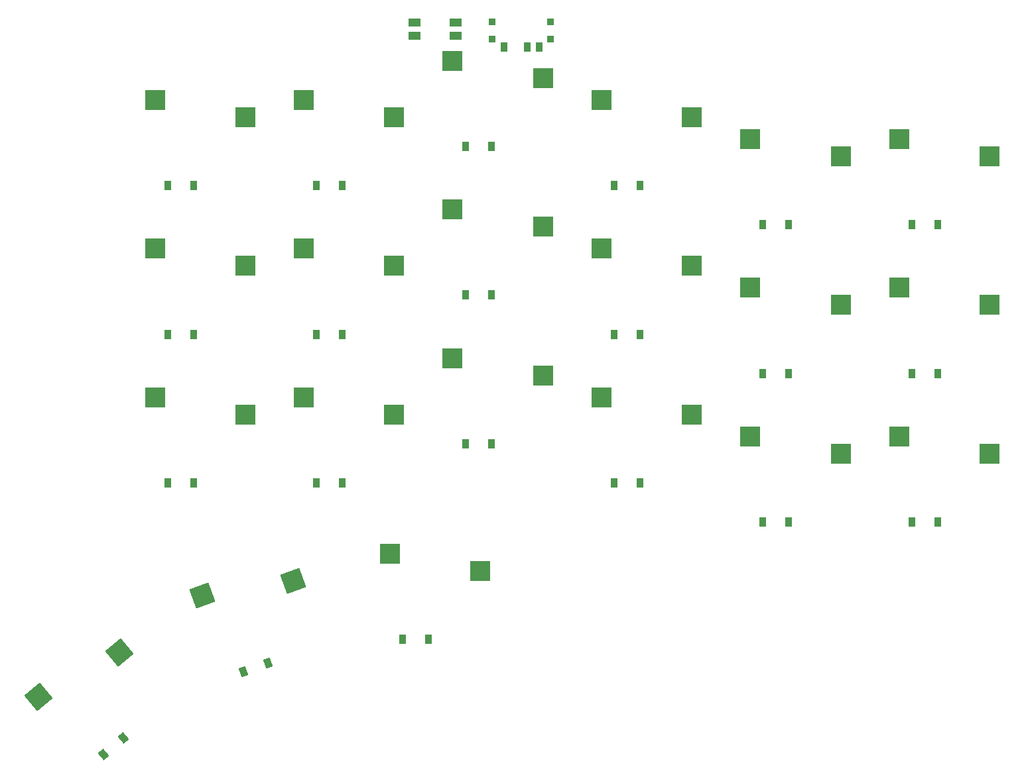
<source format=gbr>
%TF.GenerationSoftware,KiCad,Pcbnew,9.0.3*%
%TF.CreationDate,2025-09-27T17:44:53-06:00*%
%TF.ProjectId,right_connected,72696768-745f-4636-9f6e-6e6563746564,v1.0.0*%
%TF.SameCoordinates,Original*%
%TF.FileFunction,Paste,Bot*%
%TF.FilePolarity,Positive*%
%FSLAX46Y46*%
G04 Gerber Fmt 4.6, Leading zero omitted, Abs format (unit mm)*
G04 Created by KiCad (PCBNEW 9.0.3) date 2025-09-27 17:44:53*
%MOMM*%
%LPD*%
G01*
G04 APERTURE LIST*
G04 Aperture macros list*
%AMRotRect*
0 Rectangle, with rotation*
0 The origin of the aperture is its center*
0 $1 length*
0 $2 width*
0 $3 Rotation angle, in degrees counterclockwise*
0 Add horizontal line*
21,1,$1,$2,0,0,$3*%
G04 Aperture macros list end*
%ADD10R,0.900000X0.900000*%
%ADD11R,0.900000X1.250000*%
%ADD12R,2.600000X2.600000*%
%ADD13R,0.900000X1.200000*%
%ADD14RotRect,2.600000X2.600000X20.000000*%
%ADD15R,1.550000X1.000000*%
%ADD16RotRect,0.900000X1.200000X20.000000*%
%ADD17RotRect,0.900000X1.200000X40.000000*%
%ADD18RotRect,2.600000X2.600000X40.000000*%
G04 APERTURE END LIST*
D10*
%TO.C,T1*%
X314800000Y-41100000D03*
X314800000Y-43300000D03*
X322200000Y-41100000D03*
X322200000Y-43300000D03*
D11*
X316250000Y-44275000D03*
X319250000Y-44275000D03*
X320750000Y-44275000D03*
%TD*%
D12*
%TO.C,S19*%
X301725000Y-109050000D03*
X313275000Y-111250000D03*
%TD*%
%TO.C,S18*%
X271725000Y-51050000D03*
X283275000Y-53250000D03*
%TD*%
D13*
%TO.C,D14*%
X292350000Y-81000000D03*
X295650000Y-81000000D03*
%TD*%
D12*
%TO.C,S5*%
X347725000Y-75050000D03*
X359275000Y-77250000D03*
%TD*%
%TO.C,S4*%
X347725000Y-94050000D03*
X359275000Y-96250000D03*
%TD*%
%TO.C,S15*%
X290725000Y-51050000D03*
X302275000Y-53250000D03*
%TD*%
D13*
%TO.C,D1*%
X368350000Y-105000000D03*
X371650000Y-105000000D03*
%TD*%
%TO.C,D9*%
X330350000Y-62000000D03*
X333650000Y-62000000D03*
%TD*%
D14*
%TO.C,S20*%
X277754400Y-114431606D03*
X289360294Y-112548597D03*
%TD*%
D13*
%TO.C,D3*%
X368350000Y-67000000D03*
X371650000Y-67000000D03*
%TD*%
%TO.C,D15*%
X292350000Y-62000000D03*
X295650000Y-62000000D03*
%TD*%
%TO.C,D6*%
X349350000Y-67000000D03*
X352650000Y-67000000D03*
%TD*%
D12*
%TO.C,S13*%
X290725000Y-89050000D03*
X302275000Y-91250000D03*
%TD*%
D13*
%TO.C,D7*%
X330350000Y-100000000D03*
X333650000Y-100000000D03*
%TD*%
%TO.C,D17*%
X273350000Y-81000000D03*
X276650000Y-81000000D03*
%TD*%
D12*
%TO.C,S10*%
X309725000Y-84050000D03*
X321275000Y-86250000D03*
%TD*%
D15*
%TO.C,B1*%
X304875000Y-41150000D03*
X310125000Y-41150000D03*
X304875000Y-42850000D03*
X310125000Y-42850000D03*
%TD*%
D13*
%TO.C,D11*%
X311350000Y-76000000D03*
X314650000Y-76000000D03*
%TD*%
%TO.C,D18*%
X273350000Y-62000000D03*
X276650000Y-62000000D03*
%TD*%
%TO.C,D2*%
X368350000Y-86000000D03*
X371650000Y-86000000D03*
%TD*%
D12*
%TO.C,S3*%
X366725000Y-56050000D03*
X378275000Y-58250000D03*
%TD*%
D16*
%TO.C,D20*%
X283026520Y-124165457D03*
X286127506Y-123036791D03*
%TD*%
D13*
%TO.C,D4*%
X349350000Y-105000000D03*
X352650000Y-105000000D03*
%TD*%
D12*
%TO.C,S7*%
X328725000Y-89050000D03*
X340275000Y-91250000D03*
%TD*%
D13*
%TO.C,D5*%
X349350000Y-86000000D03*
X352650000Y-86000000D03*
%TD*%
D12*
%TO.C,S6*%
X347725000Y-56050000D03*
X359275000Y-58250000D03*
%TD*%
D13*
%TO.C,D8*%
X330350000Y-81000000D03*
X333650000Y-81000000D03*
%TD*%
D17*
%TO.C,D21*%
X265179719Y-134729978D03*
X267707665Y-132608778D03*
%TD*%
D13*
%TO.C,D10*%
X311350000Y-95000000D03*
X314650000Y-95000000D03*
%TD*%
D12*
%TO.C,S2*%
X366725000Y-75050000D03*
X378275000Y-77250000D03*
%TD*%
%TO.C,S14*%
X290725000Y-70050000D03*
X302275000Y-72250000D03*
%TD*%
%TO.C,S1*%
X366725000Y-94050000D03*
X378275000Y-96250000D03*
%TD*%
%TO.C,S12*%
X309725000Y-46050000D03*
X321275000Y-48250000D03*
%TD*%
%TO.C,S9*%
X328725000Y-51050000D03*
X340275000Y-53250000D03*
%TD*%
%TO.C,S17*%
X271725000Y-70050000D03*
X283275000Y-72250000D03*
%TD*%
D18*
%TO.C,S21*%
X256896372Y-127386321D03*
X267158318Y-121647422D03*
%TD*%
D13*
%TO.C,D16*%
X273350000Y-100000000D03*
X276650000Y-100000000D03*
%TD*%
%TO.C,D12*%
X311350000Y-57000000D03*
X314650000Y-57000000D03*
%TD*%
%TO.C,D19*%
X303350000Y-120000000D03*
X306650000Y-120000000D03*
%TD*%
D12*
%TO.C,S16*%
X271725000Y-89050000D03*
X283275000Y-91250000D03*
%TD*%
%TO.C,S8*%
X328725000Y-70050000D03*
X340275000Y-72250000D03*
%TD*%
D13*
%TO.C,D13*%
X292350000Y-100000000D03*
X295650000Y-100000000D03*
%TD*%
D12*
%TO.C,S11*%
X309725000Y-65050000D03*
X321275000Y-67250000D03*
%TD*%
M02*

</source>
